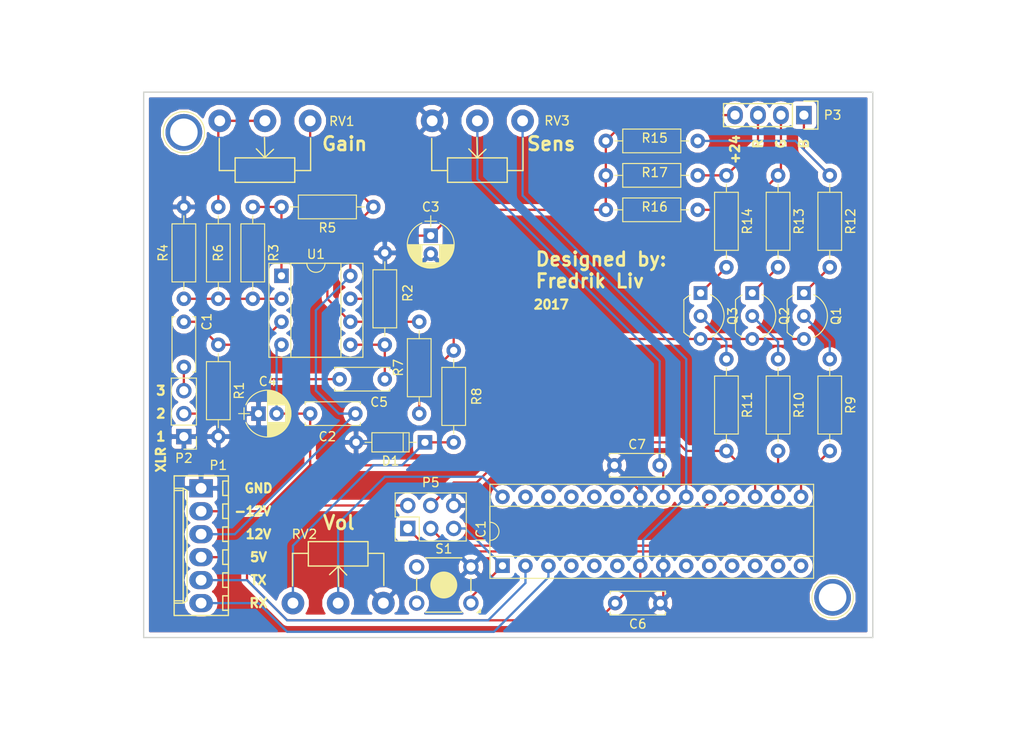
<source format=kicad_pcb>
(kicad_pcb (version 4) (host pcbnew 4.0.5)
  (layers (0 F.Cu signal) (31 B.Cu signal) (34 B.Paste user) (35 F.Paste user) (36 B.SilkS user) (37 F.SilkS user) (38 B.Mask user) (39 F.Mask user) (44 Edge.Cuts user))
  (net 0 "")
  (net 1 "Net-(C1-Pad1)")
  (net 2 "Net-(C1-Pad2)")
  (net 3 "Net-(C2-Pad1)")
  (net 4 "Net-(C2-Pad2)")
  (net 5 "Net-(C3-Pad1)")
  (net 6 GND)
  (net 7 "Net-(C4-Pad2)")
  (net 8 "Net-(C6-Pad2)")
  (net 9 "Net-(C7-Pad2)")
  (net 10 "Net-(D1-Pad1)")
  (net 11 "Net-(IC1-Pad1)")
  (net 12 "Net-(IC1-Pad15)")
  (net 13 "Net-(IC1-Pad2)")
  (net 14 "Net-(IC1-Pad16)")
  (net 15 "Net-(IC1-Pad3)")
  (net 16 "Net-(IC1-Pad17)")
  (net 17 "Net-(IC1-Pad4)")
  (net 18 "Net-(IC1-Pad18)")
  (net 19 "Net-(IC1-Pad5)")
  (net 20 "Net-(IC1-Pad19)")
  (net 21 "Net-(IC1-Pad6)")
  (net 22 "Net-(IC1-Pad9)")
  (net 23 "Net-(IC1-Pad23)")
  (net 24 "Net-(IC1-Pad10)")
  (net 25 "Net-(IC1-Pad24)")
  (net 26 "Net-(IC1-Pad11)")
  (net 27 "Net-(IC1-Pad25)")
  (net 28 "Net-(IC1-Pad12)")
  (net 29 "Net-(IC1-Pad26)")
  (net 30 "Net-(IC1-Pad13)")
  (net 31 "Net-(IC1-Pad27)")
  (net 32 "Net-(IC1-Pad14)")
  (net 33 "Net-(IC1-Pad28)")
  (net 34 "Net-(P3-Pad1)")
  (net 35 "Net-(P3-Pad2)")
  (net 36 "Net-(P3-Pad3)")
  (net 37 "Net-(R3-Pad1)")
  (net 38 "Net-(R3-Pad2)")
  (net 39 "Net-(R5-Pad1)")
  (net 40 "Net-(R6-Pad1)")
  (net 41 "Net-(R7-Pad1)")
  (net 42 "Net-(Q1-Pad1)")
  (net 43 "Net-(Q2-Pad1)")
  (net 44 "Net-(Q3-Pad1)")
  (net 45 "Net-(S1-Pad4)")
  (net 46 "Net-(S1-Pad2)")
  (net 47 "Net-(Q1-Pad2)")
  (net 48 "Net-(Q2-Pad2)")
  (net 49 "Net-(Q3-Pad2)")
  (module Capacitors_THT:C_Disc_D6.0mm_W2.5mm_P5.00mm (layer F.Cu) (at 85.725 67.945 270)
    (fp_text reference C1 (at 0 -2.54 270) (layer F.SilkS))
    (fp_text value 100nf)
    (pad 1 thru_hole circle (at 0 0 270) (size 1.6 1.6) (drill 0.8) (layers *.Cu *.Mask) (net 1 "Net-(C1-Pad1)"))
    (pad 2 thru_hole circle (at 5 0 270) (size 1.6 1.6) (drill 0.8) (layers *.Cu *.Mask) (net 2 "Net-(C1-Pad2)"))
  )
  (module Capacitors_THT:C_Disc_D6.0mm_W2.5mm_P5.00mm (layer F.Cu) (at 107.95 74.295 180)
    (fp_text reference C2 (at 6.35 -6.35 180) (layer F.SilkS))
    (fp_text value 100nf)
    (pad 1 thru_hole circle (at 0 0 180) (size 1.6 1.6) (drill 0.8) (layers *.Cu *.Mask) (net 3 "Net-(C2-Pad1)"))
    (pad 2 thru_hole circle (at 5 0 180) (size 1.6 1.6) (drill 0.8) (layers *.Cu *.Mask) (net 4 "Net-(C2-Pad2)"))
  )
  (module Capacitors_THT:CP_Radial_D5.0mm_P2.00mm (layer F.Cu) (at 113.03 58.42 270)
    (fp_text reference C3 (at -3.175 0 360) (layer F.SilkS))
    (fp_text value 10µF)
    (pad 1 thru_hole rect (at 0 0 270) (size 1.6 1.6) (drill 0.8) (layers *.Cu *.Mask) (net 5 "Net-(C3-Pad1)"))
    (pad 2 thru_hole circle (at 2 0 270) (size 1.6 1.6) (drill 0.8) (layers *.Cu *.Mask) (net 6 GND))
  )
  (module Capacitors_THT:CP_Radial_D5.0mm_P2.00mm (layer F.Cu) (at 93.98 78.105)
    (fp_text reference C4 (at 1 -3.56) (layer F.SilkS))
    (fp_text value 10µF)
    (pad 1 thru_hole rect (at 0 0) (size 1.6 1.6) (drill 0.8) (layers *.Cu *.Mask) (net 6 GND))
    (pad 2 thru_hole circle (at 2 0) (size 1.6 1.6) (drill 0.8) (layers *.Cu *.Mask) (net 7 "Net-(C4-Pad2)"))
  )
  (module Capacitors_THT:C_Disc_D6.0mm_W2.5mm_P5.00mm (layer F.Cu) (at 99.695 78.105)
    (fp_text reference C5 (at 7.62 -1.27) (layer F.SilkS))
    (fp_text value 100nf)
    (pad 1 thru_hole circle (at 0 0) (size 1.6 1.6) (drill 0.8) (layers *.Cu *.Mask) (net 7 "Net-(C4-Pad2)"))
    (pad 2 thru_hole circle (at 5 0) (size 1.6 1.6) (drill 0.8) (layers *.Cu *.Mask) (net 5 "Net-(C3-Pad1)"))
  )
  (module Capacitors_THT:C_Disc_D6.0mm_W2.5mm_P5.00mm (layer F.Cu) (at 138.43 99.06 180)
    (fp_text reference C6 (at 2.5 -2.31 180) (layer F.SilkS))
    (fp_text value 100nf)
    (pad 1 thru_hole circle (at 0 0 180) (size 1.6 1.6) (drill 0.8) (layers *.Cu *.Mask) (net 6 GND))
    (pad 2 thru_hole circle (at 5 0 180) (size 1.6 1.6) (drill 0.8) (layers *.Cu *.Mask) (net 8 "Net-(C6-Pad2)"))
  )
  (module Capacitors_THT:C_Disc_D6.0mm_W2.5mm_P5.00mm (layer F.Cu) (at 133.35 83.82)
    (fp_text reference C7 (at 2.5 -2.31) (layer F.SilkS))
    (fp_text value 100nf)
    (pad 1 thru_hole circle (at 0 0) (size 1.6 1.6) (drill 0.8) (layers *.Cu *.Mask) (net 6 GND))
    (pad 2 thru_hole circle (at 5 0) (size 1.6 1.6) (drill 0.8) (layers *.Cu *.Mask) (net 9 "Net-(C7-Pad2)"))
  )
  (module Diodes_THT:D_DO-35_SOD27_P7.62mm_Horizontal (layer F.Cu) (at 112.395 81.28 180)
    (fp_text reference D1 (at 3.81 -2.06 180) (layer F.SilkS))
    (fp_text value 5V)
    (pad 1 thru_hole rect (at 0 0 180) (size 1.6 1.6) (drill 0.8) (layers *.Cu *.Mask) (net 10 "Net-(D1-Pad1)"))
    (pad 2 thru_hole oval (at 7.62 0 180) (size 1.6 1.6) (drill 0.8) (layers *.Cu *.Mask) (net 6 GND))
  )
  (module Housings_DIP:DIP-28_W7.62mm_Socket (layer F.Cu) (at 120.9675 94.9325 90)
    (fp_text reference IC1 (at 3.81 -2.39 90) (layer F.SilkS))
    (fp_text value ATMEGA328P-P)
    (pad 1 thru_hole rect (at 0 0 90) (size 1.6 1.6) (drill 0.8) (layers *.Cu *.Mask) (net 11 "Net-(IC1-Pad1)"))
    (pad 15 thru_hole oval (at 7.62 33.02 90) (size 1.6 1.6) (drill 0.8) (layers *.Cu *.Mask) (net 12 "Net-(IC1-Pad15)"))
    (pad 2 thru_hole oval (at 0 2.54 90) (size 1.6 1.6) (drill 0.8) (layers *.Cu *.Mask) (net 13 "Net-(IC1-Pad2)"))
    (pad 16 thru_hole oval (at 7.62 30.48 90) (size 1.6 1.6) (drill 0.8) (layers *.Cu *.Mask) (net 14 "Net-(IC1-Pad16)"))
    (pad 3 thru_hole oval (at 0 5.08 90) (size 1.6 1.6) (drill 0.8) (layers *.Cu *.Mask) (net 15 "Net-(IC1-Pad3)"))
    (pad 17 thru_hole oval (at 7.62 27.94 90) (size 1.6 1.6) (drill 0.8) (layers *.Cu *.Mask) (net 16 "Net-(IC1-Pad17)"))
    (pad 4 thru_hole oval (at 0 7.62 90) (size 1.6 1.6) (drill 0.8) (layers *.Cu *.Mask) (net 17 "Net-(IC1-Pad4)"))
    (pad 18 thru_hole oval (at 7.62 25.4 90) (size 1.6 1.6) (drill 0.8) (layers *.Cu *.Mask) (net 18 "Net-(IC1-Pad18)"))
    (pad 5 thru_hole oval (at 0 10.16 90) (size 1.6 1.6) (drill 0.8) (layers *.Cu *.Mask) (net 19 "Net-(IC1-Pad5)"))
    (pad 19 thru_hole oval (at 7.62 22.86 90) (size 1.6 1.6) (drill 0.8) (layers *.Cu *.Mask) (net 20 "Net-(IC1-Pad19)"))
    (pad 6 thru_hole oval (at 0 12.7 90) (size 1.6 1.6) (drill 0.8) (layers *.Cu *.Mask) (net 21 "Net-(IC1-Pad6)"))
    (pad 20 thru_hole oval (at 7.62 20.32 90) (size 1.6 1.6) (drill 0.8) (layers *.Cu *.Mask) (net 8 "Net-(C6-Pad2)"))
    (pad 7 thru_hole oval (at 0 15.24 90) (size 1.6 1.6) (drill 0.8) (layers *.Cu *.Mask) (net 8 "Net-(C6-Pad2)"))
    (pad 21 thru_hole oval (at 7.62 17.78 90) (size 1.6 1.6) (drill 0.8) (layers *.Cu *.Mask) (net 9 "Net-(C7-Pad2)"))
    (pad 8 thru_hole oval (at 0 17.78 90) (size 1.6 1.6) (drill 0.8) (layers *.Cu *.Mask) (net 6 GND))
    (pad 22 thru_hole oval (at 7.62 15.24 90) (size 1.6 1.6) (drill 0.8) (layers *.Cu *.Mask) (net 6 GND))
    (pad 9 thru_hole oval (at 0 20.32 90) (size 1.6 1.6) (drill 0.8) (layers *.Cu *.Mask) (net 22 "Net-(IC1-Pad9)"))
    (pad 23 thru_hole oval (at 7.62 12.7 90) (size 1.6 1.6) (drill 0.8) (layers *.Cu *.Mask) (net 23 "Net-(IC1-Pad23)"))
    (pad 10 thru_hole oval (at 0 22.86 90) (size 1.6 1.6) (drill 0.8) (layers *.Cu *.Mask) (net 24 "Net-(IC1-Pad10)"))
    (pad 24 thru_hole oval (at 7.62 10.16 90) (size 1.6 1.6) (drill 0.8) (layers *.Cu *.Mask) (net 25 "Net-(IC1-Pad24)"))
    (pad 11 thru_hole oval (at 0 25.4 90) (size 1.6 1.6) (drill 0.8) (layers *.Cu *.Mask) (net 26 "Net-(IC1-Pad11)"))
    (pad 25 thru_hole oval (at 7.62 7.62 90) (size 1.6 1.6) (drill 0.8) (layers *.Cu *.Mask) (net 27 "Net-(IC1-Pad25)"))
    (pad 12 thru_hole oval (at 0 27.94 90) (size 1.6 1.6) (drill 0.8) (layers *.Cu *.Mask) (net 28 "Net-(IC1-Pad12)"))
    (pad 26 thru_hole oval (at 7.62 5.08 90) (size 1.6 1.6) (drill 0.8) (layers *.Cu *.Mask) (net 29 "Net-(IC1-Pad26)"))
    (pad 13 thru_hole oval (at 0 30.48 90) (size 1.6 1.6) (drill 0.8) (layers *.Cu *.Mask) (net 30 "Net-(IC1-Pad13)"))
    (pad 27 thru_hole oval (at 7.62 2.54 90) (size 1.6 1.6) (drill 0.8) (layers *.Cu *.Mask) (net 31 "Net-(IC1-Pad27)"))
    (pad 14 thru_hole oval (at 0 33.02 90) (size 1.6 1.6) (drill 0.8) (layers *.Cu *.Mask) (net 32 "Net-(IC1-Pad14)"))
    (pad 28 thru_hole oval (at 7.62 0 90) (size 1.6 1.6) (drill 0.8) (layers *.Cu *.Mask) (net 33 "Net-(IC1-Pad28)"))
  )
  (module Connectors_Molex:Molex_KK-6410-06_06x2.54mm_Straight (layer F.Cu) (at 87.63 86.36 270)
    (fp_text reference P1 (at -2.54 -1.905 360) (layer F.SilkS))
    (fp_text value CONN_01X06)
    (pad 1 thru_hole rect (at 0 0 270) (size 2 2.6) (drill 1.2) (layers *.Cu *.Mask) (net 6 GND))
    (pad 2 thru_hole oval (at 2.54 0 270) (size 2 2.6) (drill 1.2) (layers *.Cu *.Mask) (net 7 "Net-(C4-Pad2)"))
    (pad 3 thru_hole oval (at 5.08 0 270) (size 2 2.6) (drill 1.2) (layers *.Cu *.Mask) (net 5 "Net-(C3-Pad1)"))
    (pad 4 thru_hole oval (at 7.62 0 270) (size 2 2.6) (drill 1.2) (layers *.Cu *.Mask) (net 8 "Net-(C6-Pad2)"))
    (pad 5 thru_hole oval (at 10.16 0 270) (size 2 2.6) (drill 1.2) (layers *.Cu *.Mask) (net 13 "Net-(IC1-Pad2)"))
    (pad 6 thru_hole oval (at 12.7 0 270) (size 2 2.6) (drill 1.2) (layers *.Cu *.Mask) (net 15 "Net-(IC1-Pad3)"))
  )
  (module Pin_Headers:Pin_Header_Straight_1x03_Pitch2.54mm (layer F.Cu) (at 85.725 80.645 180)
    (fp_text reference P2 (at 0 -2.39 180) (layer F.SilkS))
    (fp_text value CONN_01X03)
    (pad 1 thru_hole rect (at 0 0 180) (size 1.7 1.7) (drill 1) (layers *.Cu *.Mask) (net 6 GND))
    (pad 2 thru_hole oval (at 0 2.54 180) (size 1.7 1.7) (drill 1) (layers *.Cu *.Mask) (net 4 "Net-(C2-Pad2)"))
    (pad 3 thru_hole oval (at 0 5.08 180) (size 1.7 1.7) (drill 1) (layers *.Cu *.Mask) (net 2 "Net-(C1-Pad2)"))
  )
  (module Socket_Strips:Socket_Strip_Straight_1x04 (layer F.Cu) (at 154.305 45.085 180)
    (fp_text reference P3 (at -3.175 0 180) (layer F.SilkS))
    (fp_text value CONN_01X04)
    (pad 1 thru_hole rect (at 0 0 180) (size 1.7272 2.032) (drill 1.016) (layers *.Cu *.Mask) (net 34 "Net-(P3-Pad1)"))
    (pad 2 thru_hole oval (at 2.54 0 180) (size 1.7272 2.032) (drill 1.016) (layers *.Cu *.Mask) (net 35 "Net-(P3-Pad2)"))
    (pad 3 thru_hole oval (at 5.08 0 180) (size 1.7272 2.032) (drill 1.016) (layers *.Cu *.Mask) (net 36 "Net-(P3-Pad3)"))
    (pad 4 thru_hole oval (at 7.62 0 180) (size 1.7272 2.032) (drill 1.016) (layers *.Cu *.Mask) (net 5 "Net-(C3-Pad1)"))
  )
  (module Pin_Headers:Pin_Header_Straight_2x03_Pitch2.54mm (layer F.Cu) (at 110.49 90.805 90)
    (fp_text reference P5 (at 5.08 2.54 180) (layer F.SilkS))
    (fp_text value CONN_02X03)
    (pad 1 thru_hole rect (at 0 0 90) (size 1.7 1.7) (drill 1) (layers *.Cu *.Mask) (net 18 "Net-(IC1-Pad18)"))
    (pad 2 thru_hole oval (at 2.54 0 90) (size 1.7 1.7) (drill 1) (layers *.Cu *.Mask) (net 8 "Net-(C6-Pad2)"))
    (pad 3 thru_hole oval (at 0 2.54 90) (size 1.7 1.7) (drill 1) (layers *.Cu *.Mask) (net 20 "Net-(IC1-Pad19)"))
    (pad 4 thru_hole oval (at 2.54 2.54 90) (size 1.7 1.7) (drill 1) (layers *.Cu *.Mask) (net 16 "Net-(IC1-Pad17)"))
    (pad 5 thru_hole oval (at 0 5.08 90) (size 1.7 1.7) (drill 1) (layers *.Cu *.Mask) (net 11 "Net-(IC1-Pad1)"))
    (pad 6 thru_hole oval (at 2.54 5.08 90) (size 1.7 1.7) (drill 1) (layers *.Cu *.Mask) (net 6 GND))
  )
  (module Resistors_THT:R_Axial_DIN0207_L6.3mm_D2.5mm_P10.16mm_Horizontal (layer F.Cu) (at 107.95 70.485 90)
    (fp_text reference R2 (at 5.715 2.54 90) (layer F.SilkS))
    (fp_text value 10k)
    (pad 1 thru_hole circle (at 0 0 90) (size 1.6 1.6) (drill 0.8) (layers *.Cu *.Mask) (net 3 "Net-(C2-Pad1)"))
    (pad 2 thru_hole oval (at 10.16 0 90) (size 1.6 1.6) (drill 0.8) (layers *.Cu *.Mask) (net 6 GND))
  )
  (module Resistors_THT:R_Axial_DIN0207_L6.3mm_D2.5mm_P10.16mm_Horizontal (layer F.Cu) (at 93.345 55.245 270)
    (fp_text reference R3 (at 5.08 -2.31 270) (layer F.SilkS))
    (fp_text value 10k)
    (pad 1 thru_hole circle (at 0 0 270) (size 1.6 1.6) (drill 0.8) (layers *.Cu *.Mask) (net 37 "Net-(R3-Pad1)"))
    (pad 2 thru_hole oval (at 10.16 0 270) (size 1.6 1.6) (drill 0.8) (layers *.Cu *.Mask) (net 38 "Net-(R3-Pad2)"))
  )
  (module Resistors_THT:R_Axial_DIN0207_L6.3mm_D2.5mm_P10.16mm_Horizontal (layer F.Cu) (at 85.725 65.405 90)
    (fp_text reference R4 (at 5.08 -2.31 90) (layer F.SilkS))
    (fp_text value 10k)
    (pad 1 thru_hole circle (at 0 0 90) (size 1.6 1.6) (drill 0.8) (layers *.Cu *.Mask) (net 38 "Net-(R3-Pad2)"))
    (pad 2 thru_hole oval (at 10.16 0 90) (size 1.6 1.6) (drill 0.8) (layers *.Cu *.Mask) (net 6 GND))
  )
  (module Resistors_THT:R_Axial_DIN0207_L6.3mm_D2.5mm_P10.16mm_Horizontal (layer F.Cu) (at 106.68 55.245 180)
    (fp_text reference R5 (at 5.08 -2.31 180) (layer F.SilkS))
    (fp_text value 10k)
    (pad 1 thru_hole circle (at 0 0 180) (size 1.6 1.6) (drill 0.8) (layers *.Cu *.Mask) (net 39 "Net-(R5-Pad1)"))
    (pad 2 thru_hole oval (at 10.16 0 180) (size 1.6 1.6) (drill 0.8) (layers *.Cu *.Mask) (net 37 "Net-(R3-Pad1)"))
  )
  (module Resistors_THT:R_Axial_DIN0207_L6.3mm_D2.5mm_P10.16mm_Horizontal (layer F.Cu) (at 89.535 55.245 270)
    (fp_text reference R6 (at 5.08 0 270) (layer F.SilkS))
    (fp_text value 220)
    (pad 1 thru_hole circle (at 0 0 270) (size 1.6 1.6) (drill 0.8) (layers *.Cu *.Mask) (net 40 "Net-(R6-Pad1)"))
    (pad 2 thru_hole oval (at 10.16 0 270) (size 1.6 1.6) (drill 0.8) (layers *.Cu *.Mask) (net 38 "Net-(R3-Pad2)"))
  )
  (module Resistors_THT:R_Axial_DIN0207_L6.3mm_D2.5mm_P10.16mm_Horizontal (layer F.Cu) (at 111.76 78.105 90)
    (fp_text reference R7 (at 5.08 -2.31 90) (layer F.SilkS))
    (fp_text value 10k)
    (pad 1 thru_hole circle (at 0 0 90) (size 1.6 1.6) (drill 0.8) (layers *.Cu *.Mask) (net 41 "Net-(R7-Pad1)"))
    (pad 2 thru_hole oval (at 10.16 0 90) (size 1.6 1.6) (drill 0.8) (layers *.Cu *.Mask) (net 39 "Net-(R5-Pad1)"))
  )
  (module Resistors_THT:R_Axial_DIN0207_L6.3mm_D2.5mm_P10.16mm_Horizontal (layer F.Cu) (at 115.57 81.28 90)
    (fp_text reference R8 (at 5.08 2.54 90) (layer F.SilkS))
    (fp_text value 10k)
    (pad 1 thru_hole circle (at 0 0 90) (size 1.6 1.6) (drill 0.8) (layers *.Cu *.Mask) (net 10 "Net-(D1-Pad1)"))
    (pad 2 thru_hole oval (at 10.16 0 90) (size 1.6 1.6) (drill 0.8) (layers *.Cu *.Mask) (net 41 "Net-(R7-Pad1)"))
  )
  (module Resistors_THT:R_Axial_DIN0207_L6.3mm_D2.5mm_P10.16mm_Horizontal (layer F.Cu) (at 157.1625 72.0725 270)
    (fp_text reference R9 (at 5.08 -2.31 270) (layer F.SilkS))
    (fp_text value 220)
    (pad 1 thru_hole circle (at 0 0 270) (size 1.6 1.6) (drill 0.8) (layers *.Cu *.Mask) (net 47 "Net-(Q1-Pad2)"))
    (pad 2 thru_hole oval (at 10.16 0 270) (size 1.6 1.6) (drill 0.8) (layers *.Cu *.Mask) (net 12 "Net-(IC1-Pad15)"))
  )
  (module Resistors_THT:R_Axial_DIN0207_L6.3mm_D2.5mm_P10.16mm_Horizontal (layer F.Cu) (at 151.4475 72.0725 270)
    (fp_text reference R10 (at 5.08 -2.31 270) (layer F.SilkS))
    (fp_text value 220)
    (pad 1 thru_hole circle (at 0 0 270) (size 1.6 1.6) (drill 0.8) (layers *.Cu *.Mask) (net 48 "Net-(Q2-Pad2)"))
    (pad 2 thru_hole oval (at 10.16 0 270) (size 1.6 1.6) (drill 0.8) (layers *.Cu *.Mask) (net 14 "Net-(IC1-Pad16)"))
  )
  (module Resistors_THT:R_Axial_DIN0207_L6.3mm_D2.5mm_P10.16mm_Horizontal (layer F.Cu) (at 145.7325 72.0725 270)
    (fp_text reference R11 (at 5.08 -2.31 270) (layer F.SilkS))
    (fp_text value 220)
    (pad 1 thru_hole circle (at 0 0 270) (size 1.6 1.6) (drill 0.8) (layers *.Cu *.Mask) (net 49 "Net-(Q3-Pad2)"))
    (pad 2 thru_hole oval (at 10.16 0 270) (size 1.6 1.6) (drill 0.8) (layers *.Cu *.Mask) (net 16 "Net-(IC1-Pad17)"))
  )
  (module Resistors_THT:R_Axial_DIN0207_L6.3mm_D2.5mm_P10.16mm_Horizontal (layer F.Cu) (at 157.1625 51.7525 270)
    (fp_text reference R12 (at 5.08 -2.31 270) (layer F.SilkS))
    (fp_text value 220)
    (pad 1 thru_hole circle (at 0 0 270) (size 1.6 1.6) (drill 0.8) (layers *.Cu *.Mask) (net 34 "Net-(P3-Pad1)"))
    (pad 2 thru_hole oval (at 10.16 0 270) (size 1.6 1.6) (drill 0.8) (layers *.Cu *.Mask) (net 42 "Net-(Q1-Pad1)"))
  )
  (module Resistors_THT:R_Axial_DIN0207_L6.3mm_D2.5mm_P10.16mm_Horizontal (layer F.Cu) (at 151.4475 51.7525 270)
    (fp_text reference R13 (at 5.08 -2.31 270) (layer F.SilkS))
    (fp_text value 220)
    (pad 1 thru_hole circle (at 0 0 270) (size 1.6 1.6) (drill 0.8) (layers *.Cu *.Mask) (net 35 "Net-(P3-Pad2)"))
    (pad 2 thru_hole oval (at 10.16 0 270) (size 1.6 1.6) (drill 0.8) (layers *.Cu *.Mask) (net 43 "Net-(Q2-Pad1)"))
  )
  (module Resistors_THT:R_Axial_DIN0207_L6.3mm_D2.5mm_P10.16mm_Horizontal (layer F.Cu) (at 145.7325 51.7525 270)
    (fp_text reference R14 (at 5.08 -2.31 270) (layer F.SilkS))
    (fp_text value 220)
    (pad 1 thru_hole circle (at 0 0 270) (size 1.6 1.6) (drill 0.8) (layers *.Cu *.Mask) (net 36 "Net-(P3-Pad3)"))
    (pad 2 thru_hole oval (at 10.16 0 270) (size 1.6 1.6) (drill 0.8) (layers *.Cu *.Mask) (net 44 "Net-(Q3-Pad1)"))
  )
  (module Resistors_THT:R_Axial_DIN0207_L6.3mm_D2.5mm_P10.16mm_Horizontal (layer F.Cu) (at 142.5575 47.9425 180)
    (fp_text reference R15 (at 4.7625 0.3175 180) (layer F.SilkS))
    (fp_text value 10k)
    (pad 1 thru_hole circle (at 0 0 180) (size 1.6 1.6) (drill 0.8) (layers *.Cu *.Mask) (net 34 "Net-(P3-Pad1)"))
    (pad 2 thru_hole oval (at 10.16 0 180) (size 1.6 1.6) (drill 0.8) (layers *.Cu *.Mask) (net 5 "Net-(C3-Pad1)"))
  )
  (module Resistors_THT:R_Axial_DIN0207_L6.3mm_D2.5mm_P10.16mm_Horizontal (layer F.Cu) (at 142.5575 55.5625 180)
    (fp_text reference R16 (at 4.7625 0.3175 180) (layer F.SilkS))
    (fp_text value 10k)
    (pad 1 thru_hole circle (at 0 0 180) (size 1.6 1.6) (drill 0.8) (layers *.Cu *.Mask) (net 35 "Net-(P3-Pad2)"))
    (pad 2 thru_hole oval (at 10.16 0 180) (size 1.6 1.6) (drill 0.8) (layers *.Cu *.Mask) (net 5 "Net-(C3-Pad1)"))
  )
  (module Resistors_THT:R_Axial_DIN0207_L6.3mm_D2.5mm_P10.16mm_Horizontal (layer F.Cu) (at 142.5575 51.7525 180)
    (fp_text reference R17 (at 4.7625 0.3175 180) (layer F.SilkS))
    (fp_text value 10k)
    (pad 1 thru_hole circle (at 0 0 180) (size 1.6 1.6) (drill 0.8) (layers *.Cu *.Mask) (net 36 "Net-(P3-Pad3)"))
    (pad 2 thru_hole oval (at 10.16 0 180) (size 1.6 1.6) (drill 0.8) (layers *.Cu *.Mask) (net 5 "Net-(C3-Pad1)"))
  )
  (module Potentiometers:Potentiometer_WirePads_largePads (layer F.Cu) (at 97.79 99.06 90)
    (fp_text reference RV2 (at 7.62 1.27 180) (layer F.SilkS))
    (fp_text value 10k)
    (pad 2 thru_hole circle (at 0 5.00126 90) (size 2.49936 2.49936) (drill 1.19888) (layers *.Cu *.Mask) (net 33 "Net-(IC1-Pad28)"))
    (pad 3 thru_hole circle (at 0 10.00252 90) (size 2.49936 2.49936) (drill 1.19888) (layers *.Cu *.Mask) (net 6 GND))
    (pad 1 thru_hole circle (at 0 0 90) (size 2.49936 2.49936) (drill 1.19888) (layers *.Cu *.Mask) (net 10 "Net-(D1-Pad1)"))
  )
  (module Housings_DIP:DIP-8_W7.62mm_Socket (layer F.Cu) (at 96.52 62.865)
    (fp_text reference U1 (at 3.81 -2.39) (layer F.SilkS))
    (fp_text value NE5532)
    (pad 1 thru_hole rect (at 0 0) (size 1.6 1.6) (drill 0.8) (layers *.Cu *.Mask) (net 37 "Net-(R3-Pad1)"))
    (pad 5 thru_hole oval (at 7.62 7.62) (size 1.6 1.6) (drill 0.8) (layers *.Cu *.Mask) (net 3 "Net-(C2-Pad1)"))
    (pad 2 thru_hole oval (at 0 2.54) (size 1.6 1.6) (drill 0.8) (layers *.Cu *.Mask) (net 38 "Net-(R3-Pad2)"))
    (pad 6 thru_hole oval (at 7.62 5.08) (size 1.6 1.6) (drill 0.8) (layers *.Cu *.Mask) (net 39 "Net-(R5-Pad1)"))
    (pad 3 thru_hole oval (at 0 5.08) (size 1.6 1.6) (drill 0.8) (layers *.Cu *.Mask) (net 1 "Net-(C1-Pad1)"))
    (pad 7 thru_hole oval (at 7.62 2.54) (size 1.6 1.6) (drill 0.8) (layers *.Cu *.Mask) (net 41 "Net-(R7-Pad1)"))
    (pad 4 thru_hole oval (at 0 7.62) (size 1.6 1.6) (drill 0.8) (layers *.Cu *.Mask) (net 7 "Net-(C4-Pad2)"))
    (pad 8 thru_hole oval (at 7.62 0) (size 1.6 1.6) (drill 0.8) (layers *.Cu *.Mask) (net 5 "Net-(C3-Pad1)"))
  )
  (module "Edited:Potentiometer_WirePads_largePads(Flipped)" (layer F.Cu) (at 99.695 45.72 270)
    (fp_text reference RV1 (at 0.0508 -3.49758 360) (layer F.SilkS))
    (fp_text value 10k)
    (pad 2 thru_hole circle (at 0 5.00126 270) (size 2.49936 2.49936) (drill 1.19888) (layers *.Cu *.Mask) (net 40 "Net-(R6-Pad1)"))
    (pad 1 thru_hole circle (at 0 10.00252 270) (size 2.49936 2.49936) (drill 1.19888) (layers *.Cu *.Mask) (net 40 "Net-(R6-Pad1)"))
    (pad 3 thru_hole circle (at 0 0 270) (size 2.49936 2.49936) (drill 1.19888) (layers *.Cu *.Mask) (net 39 "Net-(R5-Pad1)"))
  )
  (module Resistors_THT:R_Axial_DIN0207_L6.3mm_D2.5mm_P10.16mm_Horizontal (layer F.Cu) (at 89.535 70.485 270)
    (fp_text reference R1 (at 5.08 -2.31 270) (layer F.SilkS))
    (fp_text value 10k)
    (pad 1 thru_hole circle (at 0 0 270) (size 1.6 1.6) (drill 0.8) (layers *.Cu *.Mask) (net 1 "Net-(C1-Pad1)"))
    (pad 2 thru_hole oval (at 10.16 0 270) (size 1.6 1.6) (drill 0.8) (layers *.Cu *.Mask) (net 6 GND))
  )
  (module TO_SOT_Packages_THT:TO-92_Inline_Wide (layer F.Cu) (at 154.305 64.77 270)
    (fp_text reference Q1 (at 2.54 -3.556 450) (layer F.SilkS))
    (fp_text value 2N3904)
    (pad 2 thru_hole circle (at 2.54 0) (size 1.524 1.524) (drill 0.8) (layers *.Cu *.Mask) (net 47 "Net-(Q1-Pad2)"))
    (pad 3 thru_hole circle (at 5.08 0) (size 1.524 1.524) (drill 0.8) (layers *.Cu *.Mask) (net 7 "Net-(C4-Pad2)"))
    (pad 1 thru_hole rect (at 0 0) (size 1.524 1.524) (drill 0.8) (layers *.Cu *.Mask) (net 42 "Net-(Q1-Pad1)"))
  )
  (module TO_SOT_Packages_THT:TO-92_Inline_Wide (layer F.Cu) (at 148.59 64.77 270)
    (fp_text reference Q2 (at 2.54 -3.556 450) (layer F.SilkS))
    (fp_text value 2N3904)
    (pad 2 thru_hole circle (at 2.54 0) (size 1.524 1.524) (drill 0.8) (layers *.Cu *.Mask) (net 48 "Net-(Q2-Pad2)"))
    (pad 3 thru_hole circle (at 5.08 0) (size 1.524 1.524) (drill 0.8) (layers *.Cu *.Mask) (net 7 "Net-(C4-Pad2)"))
    (pad 1 thru_hole rect (at 0 0) (size 1.524 1.524) (drill 0.8) (layers *.Cu *.Mask) (net 43 "Net-(Q2-Pad1)"))
  )
  (module TO_SOT_Packages_THT:TO-92_Inline_Wide (layer F.Cu) (at 142.875 64.77 270)
    (fp_text reference Q3 (at 2.54 -3.556 450) (layer F.SilkS))
    (fp_text value 2N3904)
    (pad 2 thru_hole circle (at 2.54 0) (size 1.524 1.524) (drill 0.8) (layers *.Cu *.Mask) (net 49 "Net-(Q3-Pad2)"))
    (pad 3 thru_hole circle (at 5.08 0) (size 1.524 1.524) (drill 0.8) (layers *.Cu *.Mask) (net 7 "Net-(C4-Pad2)"))
    (pad 1 thru_hole rect (at 0 0) (size 1.524 1.524) (drill 0.8) (layers *.Cu *.Mask) (net 44 "Net-(Q3-Pad1)"))
  )
  (module Buttons_Switches_THT:SW_TH_Tactile_Omron_B3F-10xx (layer F.Cu) (at 117.475 99.06 180)
    (fp_text reference S1 (at 3 6 180) (layer F.SilkS))
    (fp_text value TAC_SWITCH)
    (pad 4 thru_hole circle (at 6 4 180) (size 1.7 1.7) (drill 1) (layers *.Cu *.Mask) (net 45 "Net-(S1-Pad4)"))
    (pad 3 thru_hole circle (at 0 4 180) (size 1.7 1.7) (drill 1) (layers *.Cu *.Mask) (net 6 GND))
    (pad 2 thru_hole circle (at 6 0 180) (size 1.7 1.7) (drill 1) (layers *.Cu *.Mask) (net 46 "Net-(S1-Pad2)"))
    (pad 1 thru_hole circle (at 0 0 180) (size 1.7 1.7) (drill 1) (layers *.Cu *.Mask) (net 11 "Net-(IC1-Pad1)"))
  )
  (module Potentiometers:Potentiometer_WirePads (layer F.Cu) (at 123.19 45.72 270)
    (fp_text reference RV3 (at 0 -3.81 360) (layer F.SilkS))
    (fp_text value 10k)
    (pad 2 thru_hole circle (at 0 5.00126 270) (size 2.49936 2.49936) (drill 1.19888) (layers *.Cu *.Mask) (net 9 "Net-(C7-Pad2)"))
    (pad 3 thru_hole circle (at 0 10.00252 270) (size 2.49936 2.49936) (drill 1.19888) (layers *.Cu *.Mask) (net 6 GND))
    (pad 1 thru_hole circle (at 0 0 270) (size 2.49936 2.49936) (drill 1.19888) (layers *.Cu *.Mask) (net 8 "Net-(C6-Pad2)"))
  )
  (module Connectors:1pin (layer F.Cu) (at 157.48 98.425)
    (fp_text reference "" (at 0 -3.048) (layer F.SilkS))
    (fp_text value 1pin)
    (pad 1 thru_hole circle (at 0 0) (size 4.064 4.064) (drill 3.048) (layers *.Cu *.Mask))
  )
  (module Connectors:1pin (layer F.Cu) (at 85.725 46.99)
    (fp_text reference "" (at 0 -3.048) (layer F.SilkS))
    (fp_text value 1pin)
    (pad 1 thru_hole circle (at 0 0) (size 4.064 4.064) (drill 3.048) (layers *.Cu *.Mask))
  )
  (gr_text Vol (at 102.87 90.17) (layer F.SilkS) (effects (font (size 1.5 1.5) (thickness 0.3))))
  (gr_text Sens (at 126.365 48.26) (layer F.SilkS) (effects (font (size 1.5 1.5) (thickness 0.3))))
  (gr_text Gain (at 103.505 48.26) (layer F.SilkS) (effects (font (size 1.5 1.5) (thickness 0.3))))
  (gr_text XLR (at 83.185 83.185 90) (layer F.SilkS) (effects (font (size 1 1) (thickness 0.25))))
  (gr_text 3 (at 83.185 75.565) (layer F.SilkS) (effects (font (size 1 1) (thickness 0.25))))
  (gr_text 2 (at 83.185 78.105) (layer F.SilkS) (effects (font (size 1 1) (thickness 0.25))))
  (gr_text 1 (at 83.185 80.645) (layer F.SilkS) (effects (font (size 1 1) (thickness 0.25))))
  (gr_text B (at 154.305 48.26 90) (layer F.SilkS) (effects (font (size 1 1) (thickness 0.25))))
  (gr_text G (at 151.765 48.26 90) (layer F.SilkS) (effects (font (size 1 1) (thickness 0.25))))
  (gr_text R (at 149.225 48.26 90) (layer F.SilkS) (effects (font (size 1 1) (thickness 0.25))))
  (gr_text +24 (at 146.685 48.895 90) (layer F.SilkS) (effects (font (size 1 1) (thickness 0.25))))
  (gr_text RX (at 93.98 99.06) (layer F.SilkS) (effects (font (size 1 1) (thickness 0.25))))
  (gr_text TX (at 93.98 96.52) (layer F.SilkS) (effects (font (size 1 1) (thickness 0.25))))
  (gr_text 5V (at 93.98 93.98) (layer F.SilkS) (effects (font (size 1 1) (thickness 0.25))))
  (gr_text 12V (at 93.98 91.44) (layer F.SilkS) (effects (font (size 1 1) (thickness 0.25))))
  (gr_text -12V (at 93.345 88.9) (layer F.SilkS) (effects (font (size 1 1) (thickness 0.25))))
  (gr_text GND (at 93.98 86.36) (layer F.SilkS) (effects (font (size 1 1) (thickness 0.25))))
  (gr_text 2017 (at 126.365 66.04) (layer F.SilkS) (effects (font (size 1 1) (thickness 0.25))))
  (gr_text "Designed by:\nFredrik Liv" (at 124.46 62.23) (layer F.SilkS) (effects (font (size 1.5 1.5) (thickness 0.3)) (justify left)))
  (gr_line (start 161.29 42.545) (end 161.925 42.545) (angle 90) (layer Edge.Cuts) (width 0.15))
  (gr_line (start 81.28 42.545) (end 81.28 102.87) (angle 90) (layer Edge.Cuts) (width 0.15))
  (gr_line (start 161.29 42.545) (end 81.28 42.545) (angle 90) (layer Edge.Cuts) (width 0.15))
  (gr_line (start 161.925 102.87) (end 161.925 42.545) (angle 90) (layer Edge.Cuts) (width 0.15))
  (gr_line (start 81.28 102.87) (end 161.925 102.87) (angle 90) (layer Edge.Cuts) (width 0.15))
  (segment (start 85.725 67.945) (end 86.995 67.945) (width 0.25) (layer F.Cu) (net 1))
  (segment (start 86.995 67.945) (end 89.535 70.485) (width 0.25) (layer F.Cu) (net 1))
  (segment (start 89.535 70.485) (end 93.98 70.485) (width 0.25) (layer F.Cu) (net 1))
  (segment (start 93.98 70.485) (end 96.52 67.945) (width 0.25) (layer F.Cu) (net 1))
  (segment (start 85.725 75.565) (end 85.725 72.945) (width 0.25) (layer F.Cu) (net 2))
  (segment (start 107.95 74.295) (end 107.95 70.485) (width 0.25) (layer F.Cu) (net 3))
  (segment (start 107.95 70.485) (end 104.14 70.485) (width 0.25) (layer F.Cu) (net 3))
  (segment (start 85.725 78.105) (end 88.265 78.105) (width 0.25) (layer F.Cu) (net 4))
  (segment (start 92.075 74.295) (end 102.95 74.295) (width 0.25) (layer F.Cu) (net 4))
  (segment (start 88.265 78.105) (end 92.075 74.295) (width 0.25) (layer F.Cu) (net 4))
  (segment (start 132.3975 55.5625) (end 132.3975 51.7525) (width 0.25) (layer F.Cu) (net 5))
  (segment (start 132.3975 55.5625) (end 115.8875 55.5625) (width 0.25) (layer F.Cu) (net 5))
  (segment (start 115.8875 55.5625) (end 113.03 58.42) (width 0.25) (layer F.Cu) (net 5))
  (segment (start 87.63 91.44) (end 91.36 91.44) (width 0.25) (layer B.Cu) (net 5))
  (segment (start 91.36 91.44) (end 104.695 78.105) (width 0.25) (layer B.Cu) (net 5))
  (segment (start 104.14 62.865) (end 100.965 66.04) (width 0.25) (layer B.Cu) (net 5))
  (segment (start 102.87 78.105) (end 104.695 78.105) (width 0.25) (layer B.Cu) (net 5))
  (segment (start 100.33 75.565) (end 102.87 78.105) (width 0.25) (layer B.Cu) (net 5))
  (segment (start 100.33 66.675) (end 100.33 75.565) (width 0.25) (layer B.Cu) (net 5))
  (segment (start 100.965 66.04) (end 100.33 66.675) (width 0.25) (layer B.Cu) (net 5))
  (segment (start 104.14 62.865) (end 104.14 60.325) (width 0.25) (layer F.Cu) (net 5))
  (segment (start 106.045 58.42) (end 113.03 58.42) (width 0.25) (layer F.Cu) (net 5))
  (segment (start 104.14 60.325) (end 106.045 58.42) (width 0.25) (layer F.Cu) (net 5))
  (segment (start 132.3975 47.9425) (end 135.255 45.085) (width 0.25) (layer F.Cu) (net 5))
  (segment (start 135.255 45.085) (end 146.685 45.085) (width 0.25) (layer F.Cu) (net 5))
  (segment (start 132.3975 47.9425) (end 132.3975 55.5625) (width 0.25) (layer F.Cu) (net 5))
  (segment (start 136.2075 87.3125) (end 136.2075 86.6775) (width 0.25) (layer F.Cu) (net 6))
  (segment (start 136.2075 86.6775) (end 133.35 83.82) (width 0.25) (layer F.Cu) (net 6))
  (segment (start 138.7475 94.9325) (end 138.7475 98.7425) (width 0.25) (layer F.Cu) (net 6))
  (segment (start 138.7475 98.7425) (end 138.43 99.06) (width 0.25) (layer F.Cu) (net 6))
  (segment (start 148.59 69.85) (end 154.305 69.85) (width 0.25) (layer F.Cu) (net 7))
  (segment (start 142.875 69.85) (end 148.59 69.85) (width 0.25) (layer F.Cu) (net 7))
  (segment (start 87.63 88.9) (end 94.615 88.9) (width 0.25) (layer F.Cu) (net 7))
  (segment (start 94.615 88.9) (end 99.695 83.82) (width 0.25) (layer F.Cu) (net 7))
  (segment (start 99.695 83.82) (end 117.475 83.82) (width 0.25) (layer F.Cu) (net 7))
  (segment (start 117.475 83.82) (end 131.445 69.85) (width 0.25) (layer F.Cu) (net 7))
  (segment (start 131.445 69.85) (end 142.875 69.85) (width 0.25) (layer F.Cu) (net 7))
  (segment (start 94.615 88.9) (end 99.695 83.82) (width 0.25) (layer F.Cu) (net 7))
  (segment (start 99.695 83.82) (end 99.695 78.105) (width 0.25) (layer F.Cu) (net 7))
  (segment (start 94.615 88.9) (end 99.695 83.82) (width 0.25) (layer F.Cu) (net 7))
  (segment (start 95.98 78.105) (end 99.695 78.105) (width 0.25) (layer F.Cu) (net 7))
  (segment (start 95.98 78.105) (end 95.98 71.025) (width 0.25) (layer B.Cu) (net 7))
  (segment (start 95.98 71.025) (end 96.52 70.485) (width 0.25) (layer B.Cu) (net 7))
  (segment (start 95.98 71.025) (end 96.52 70.485) (width 0.25) (layer B.Cu) (net 7))
  (segment (start 141.2875 87.3125) (end 141.2875 72.0725) (width 0.25) (layer B.Cu) (net 8))
  (segment (start 123.19 53.975) (end 123.19 45.72) (width 0.25) (layer B.Cu) (net 8))
  (segment (start 141.2875 72.0725) (end 123.19 53.975) (width 0.25) (layer B.Cu) (net 8))
  (segment (start 92.71 93.98) (end 92.71 96.52) (width 0.25) (layer F.Cu) (net 8))
  (segment (start 131.525 100.965) (end 133.43 99.06) (width 0.25) (layer F.Cu) (net 8))
  (segment (start 97.155 100.965) (end 131.525 100.965) (width 0.25) (layer F.Cu) (net 8))
  (segment (start 92.71 96.52) (end 97.155 100.965) (width 0.25) (layer F.Cu) (net 8))
  (segment (start 87.63 93.98) (end 92.71 93.98) (width 0.25) (layer F.Cu) (net 8))
  (segment (start 98.425 88.265) (end 110.49 88.265) (width 0.25) (layer F.Cu) (net 8))
  (segment (start 92.71 93.98) (end 98.425 88.265) (width 0.25) (layer F.Cu) (net 8))
  (segment (start 141.2875 87.3125) (end 136.525 92.075) (width 0.25) (layer B.Cu) (net 8))
  (segment (start 136.525 92.075) (end 136.525 94.615) (width 0.25) (layer B.Cu) (net 8))
  (segment (start 136.525 94.615) (end 136.2075 94.9325) (width 0.25) (layer B.Cu) (net 8))
  (segment (start 136.2075 94.9325) (end 136.2075 96.2825) (width 0.25) (layer F.Cu) (net 8))
  (segment (start 136.2075 96.2825) (end 133.43 99.06) (width 0.25) (layer F.Cu) (net 8))
  (segment (start 118.18874 45.72) (end 118.18874 52.14874) (width 0.25) (layer B.Cu) (net 9))
  (segment (start 138.35 72.31) (end 138.35 83.82) (width 0.25) (layer B.Cu) (net 9))
  (segment (start 118.18874 52.14874) (end 138.35 72.31) (width 0.25) (layer B.Cu) (net 9))
  (segment (start 138.7475 87.3125) (end 138.7475 84.2175) (width 0.25) (layer F.Cu) (net 9))
  (segment (start 138.7475 84.2175) (end 138.35 83.82) (width 0.25) (layer F.Cu) (net 9))
  (segment (start 97.79 99.06) (end 97.79 92.71) (width 0.25) (layer B.Cu) (net 10))
  (segment (start 109.855 83.82) (end 112.395 81.28) (width 0.25) (layer B.Cu) (net 10))
  (segment (start 106.68 83.82) (end 109.855 83.82) (width 0.25) (layer B.Cu) (net 10))
  (segment (start 97.79 92.71) (end 106.68 83.82) (width 0.25) (layer B.Cu) (net 10))
  (segment (start 112.395 81.28) (end 115.57 81.28) (width 0.25) (layer F.Cu) (net 10))
  (segment (start 115.57 90.805) (end 116.84 90.805) (width 0.25) (layer B.Cu) (net 11))
  (segment (start 116.84 90.805) (end 120.9675 94.9325) (width 0.25) (layer B.Cu) (net 11))
  (segment (start 117.475 99.06) (end 117.475 98.425) (width 0.25) (layer F.Cu) (net 11))
  (segment (start 117.475 98.425) (end 120.9675 94.9325) (width 0.25) (layer F.Cu) (net 11))
  (segment (start 153.9875 87.3125) (end 153.9875 85.4075) (width 0.25) (layer F.Cu) (net 12))
  (segment (start 153.9875 85.4075) (end 157.1625 82.2325) (width 0.25) (layer F.Cu) (net 12))
  (segment (start 87.63 96.52) (end 92.71 96.52) (width 0.25) (layer B.Cu) (net 13))
  (segment (start 123.5075 96.8375) (end 123.5075 94.9325) (width 0.25) (layer B.Cu) (net 13))
  (segment (start 119.38 100.965) (end 123.5075 96.8375) (width 0.25) (layer B.Cu) (net 13))
  (segment (start 97.155 100.965) (end 119.38 100.965) (width 0.25) (layer B.Cu) (net 13))
  (segment (start 92.71 96.52) (end 97.155 100.965) (width 0.25) (layer B.Cu) (net 13))
  (segment (start 151.4475 87.3125) (end 151.4475 82.2325) (width 0.25) (layer F.Cu) (net 14))
  (segment (start 87.63 99.06) (end 93.98 99.06) (width 0.25) (layer B.Cu) (net 15))
  (segment (start 126.0475 96.2025) (end 126.0475 94.9325) (width 0.25) (layer B.Cu) (net 15))
  (segment (start 120.015 102.235) (end 126.0475 96.2025) (width 0.25) (layer B.Cu) (net 15))
  (segment (start 97.155 102.235) (end 120.015 102.235) (width 0.25) (layer B.Cu) (net 15))
  (segment (start 93.98 99.06) (end 97.155 102.235) (width 0.25) (layer B.Cu) (net 15))
  (segment (start 145.7325 82.2325) (end 141.2875 82.2325) (width 0.25) (layer F.Cu) (net 16))
  (segment (start 115.57 85.725) (end 113.03 88.265) (width 0.25) (layer F.Cu) (net 16))
  (segment (start 118.11 85.725) (end 115.57 85.725) (width 0.25) (layer F.Cu) (net 16))
  (segment (start 122.555 81.28) (end 118.11 85.725) (width 0.25) (layer F.Cu) (net 16))
  (segment (start 140.335 81.28) (end 122.555 81.28) (width 0.25) (layer F.Cu) (net 16))
  (segment (start 141.2875 82.2325) (end 140.335 81.28) (width 0.25) (layer F.Cu) (net 16))
  (segment (start 148.9075 87.3125) (end 148.9075 85.4075) (width 0.25) (layer F.Cu) (net 16))
  (segment (start 148.9075 85.4075) (end 145.7325 82.2325) (width 0.25) (layer F.Cu) (net 16))
  (segment (start 146.3675 87.3125) (end 140.335 93.345) (width 0.25) (layer F.Cu) (net 18))
  (segment (start 113.03 93.345) (end 110.49 90.805) (width 0.25) (layer F.Cu) (net 18))
  (segment (start 140.335 93.345) (end 113.03 93.345) (width 0.25) (layer F.Cu) (net 18))
  (segment (start 143.8275 87.3125) (end 143.8275 87.9475) (width 0.25) (layer F.Cu) (net 20))
  (segment (start 143.8275 87.9475) (end 139.065 92.71) (width 0.25) (layer F.Cu) (net 20))
  (segment (start 139.065 92.71) (end 114.935 92.71) (width 0.25) (layer F.Cu) (net 20))
  (segment (start 114.935 92.71) (end 113.03 90.805) (width 0.25) (layer F.Cu) (net 20))
  (segment (start 102.79126 99.06) (end 102.79126 90.24874) (width 0.25) (layer B.Cu) (net 33))
  (segment (start 118.745 85.09) (end 120.9675 87.3125) (width 0.25) (layer B.Cu) (net 33))
  (segment (start 107.95 85.09) (end 118.745 85.09) (width 0.25) (layer B.Cu) (net 33))
  (segment (start 102.79126 90.24874) (end 107.95 85.09) (width 0.25) (layer B.Cu) (net 33))
  (segment (start 154.305 45.085) (end 154.305 48.895) (width 0.25) (layer F.Cu) (net 34))
  (segment (start 154.305 48.895) (end 157.1625 51.7525) (width 0.25) (layer F.Cu) (net 34))
  (segment (start 142.5575 47.9425) (end 153.3525 47.9425) (width 0.25) (layer B.Cu) (net 34))
  (segment (start 153.3525 47.9425) (end 157.1625 51.7525) (width 0.25) (layer B.Cu) (net 34))
  (segment (start 151.765 45.085) (end 151.765 51.435) (width 0.25) (layer F.Cu) (net 35))
  (segment (start 151.765 51.435) (end 151.4475 51.7525) (width 0.25) (layer F.Cu) (net 35))
  (segment (start 142.5575 55.5625) (end 147.6375 55.5625) (width 0.25) (layer F.Cu) (net 35))
  (segment (start 147.6375 55.5625) (end 151.4475 51.7525) (width 0.25) (layer F.Cu) (net 35))
  (segment (start 149.225 45.085) (end 149.225 48.26) (width 0.25) (layer F.Cu) (net 36))
  (segment (start 149.225 48.26) (end 145.7325 51.7525) (width 0.25) (layer F.Cu) (net 36))
  (segment (start 142.5575 51.7525) (end 145.7325 51.7525) (width 0.25) (layer F.Cu) (net 36))
  (segment (start 93.345 55.245) (end 96.52 55.245) (width 0.25) (layer F.Cu) (net 37))
  (segment (start 96.52 55.245) (end 96.52 62.865) (width 0.25) (layer F.Cu) (net 37))
  (segment (start 85.725 65.405) (end 89.535 65.405) (width 0.25) (layer F.Cu) (net 38))
  (segment (start 89.535 65.405) (end 93.345 65.405) (width 0.25) (layer F.Cu) (net 38))
  (segment (start 93.345 65.405) (end 96.52 65.405) (width 0.25) (layer F.Cu) (net 38))
  (segment (start 111.76 67.945) (end 104.14 67.945) (width 0.25) (layer F.Cu) (net 39))
  (segment (start 99.695 45.72) (end 99.695 48.26) (width 0.25) (layer F.Cu) (net 39))
  (segment (start 99.695 48.26) (end 106.68 55.245) (width 0.25) (layer F.Cu) (net 39))
  (segment (start 106.68 55.245) (end 101.6 60.325) (width 0.25) (layer F.Cu) (net 39))
  (segment (start 101.6 60.325) (end 101.6 65.405) (width 0.25) (layer F.Cu) (net 39))
  (segment (start 101.6 65.405) (end 104.14 67.945) (width 0.25) (layer F.Cu) (net 39))
  (segment (start 94.69374 45.72) (end 89.69248 45.72) (width 0.25) (layer F.Cu) (net 40))
  (segment (start 89.69248 45.72) (end 89.535 45.87748) (width 0.25) (layer F.Cu) (net 40))
  (segment (start 89.535 45.87748) (end 89.535 55.245) (width 0.25) (layer F.Cu) (net 40))
  (segment (start 111.76 78.105) (end 111.76 74.93) (width 0.25) (layer F.Cu) (net 41))
  (segment (start 111.76 74.93) (end 115.57 71.12) (width 0.25) (layer F.Cu) (net 41))
  (segment (start 104.14 65.405) (end 111.76 65.405) (width 0.25) (layer F.Cu) (net 41))
  (segment (start 115.57 69.215) (end 115.57 71.12) (width 0.25) (layer F.Cu) (net 41))
  (segment (start 111.76 65.405) (end 115.57 69.215) (width 0.25) (layer F.Cu) (net 41))
  (segment (start 154.305 64.77) (end 157.1625 61.9125) (width 0.25) (layer F.Cu) (net 42))
  (segment (start 148.59 64.77) (end 151.4475 61.9125) (width 0.25) (layer F.Cu) (net 43))
  (segment (start 142.875 64.77) (end 145.7325 61.9125) (width 0.25) (layer F.Cu) (net 44))
  (segment (start 157.1625 72.0725) (end 157.1625 70.1675) (width 0.25) (layer B.Cu) (net 47))
  (segment (start 157.1625 70.1675) (end 154.305 67.31) (width 0.25) (layer B.Cu) (net 47))
  (segment (start 151.4475 72.0725) (end 151.4475 70.1675) (width 0.25) (layer B.Cu) (net 48))
  (segment (start 151.4475 70.1675) (end 148.59 67.31) (width 0.25) (layer B.Cu) (net 48))
  (segment (start 145.7325 72.0725) (end 145.7325 70.1675) (width 0.25) (layer B.Cu) (net 49))
  (segment (start 145.7325 70.1675) (end 142.875 67.31) (width 0.25) (layer B.Cu) (net 49))
  (zone (net 6) (net_name GND) (layer F.Cu) (connect_pads (clearance 0.508)) (min_thickness 0.254) (fill yes (arc_segments 16) (thermal_gap 0.508) (thermal_bridge_width 0.508))
    (polygon (pts (xy 161.925 102.87) (xy 81.28 102.87) (xy 81.28 42.545) (xy 161.925 42.545)))
  )
  (zone (net 6) (net_name GND) (layer B.Cu) (connect_pads (clearance 0.508)) (min_thickness 0.254) (fill yes (arc_segments 16) (thermal_gap 0.508) (thermal_bridge_width 0.508))
    (polygon (pts (xy 161.925 102.87) (xy 161.925 42.545) (xy 81.28 42.545) (xy 81.28 102.87)))
  )
)
</source>
